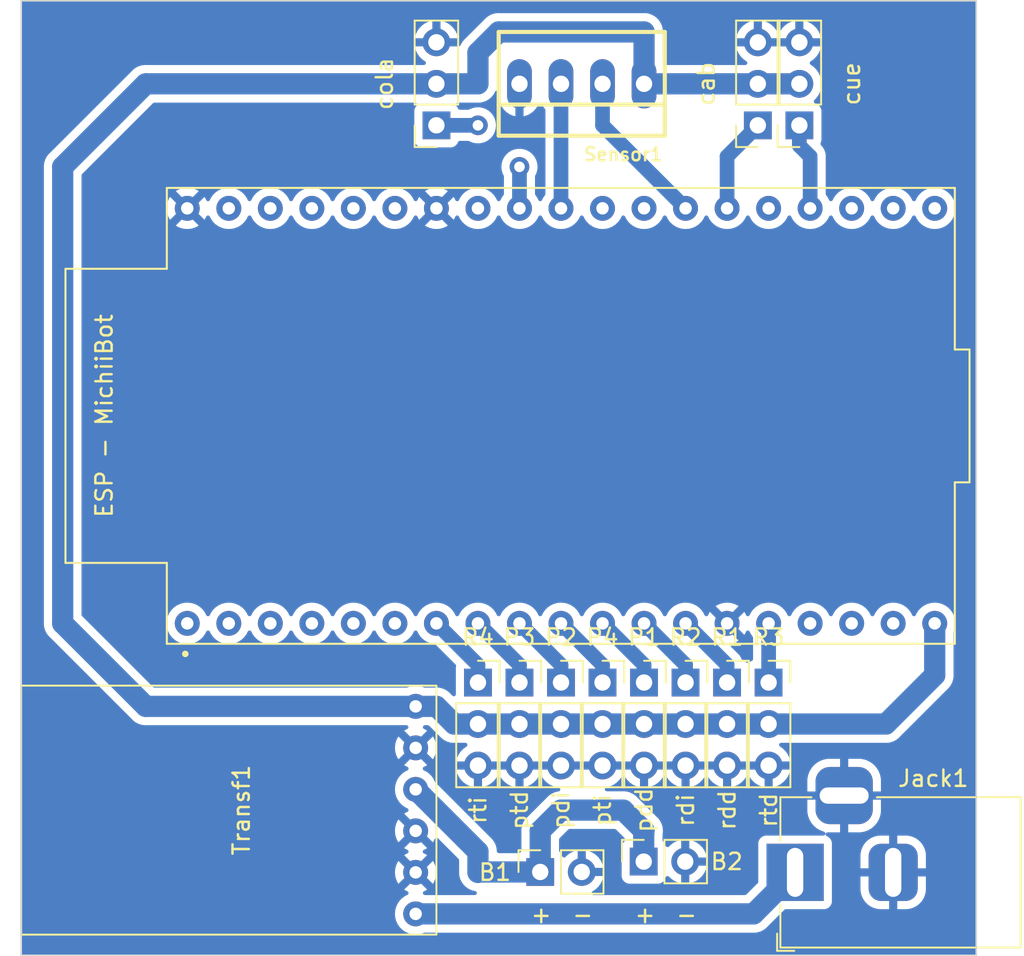
<source format=kicad_pcb>
(kicad_pcb (version 20221018) (generator pcbnew)
  (layers (0 "F.Cu" signal) (31 "B.Cu" signal) (34 "B.Paste" user) (35 "F.Paste" user) (36 "B.SilkS" user "B.Silkscreen") (37 "F.SilkS" user "F.Silkscreen") (38 "B.Mask" user) (39 "F.Mask" user) (44 "Edge.Cuts" user))
  (net 0 "")
  (net 1 "+5V")
  (net 8 "Servo rti")
  (net 9 "Servo ptd")
  (net 10 "Servo pdi")
  (net 11 "Servo pti")
  (net 12 "Servo pdd")
  (net 13 "Servo rdi")
  (net 14 "Servo rdd")
  (net 15 "Servo rtd")
  (net 23 "Servo cabeza")
  (net 25 "Servo cuello")
  (net 28 "Servo cola")
  (net 34 "GND")
  (net 35 "Battery")
  (net 36 "TRIG")
  (net 37 "ECHO")
  (net 38 "VCC")
  (footprint "Connector_PinSocket_2.54mm:PinSocket_1x03_P2.54mm_Vertical" (layer "F.Cu") (at 152.4 58.42 180)
    (fp_text reference "cola" (at 3.175 2.54 270) (layer "F.SilkS"))
    (fp_text value "Cola" hide)
    (fp_line (start -1.33 1.27) (end -1.33 6.41) (stroke (width 0.12)) (layer "F.SilkS"))
    (fp_line (start -1.33 1.27) (end 1.33 1.27) (stroke (width 0.12)) (layer "F.SilkS"))
    (fp_line (start -1.33 6.41) (end 1.33 6.41) (stroke (width 0.12)) (layer "F.SilkS"))
    (fp_line (start 0 -1.33) (end 1.33 -1.33) (stroke (width 0.12)) (layer "F.SilkS"))
    (fp_line (start 1.33 -1.33) (end 1.33 0) (stroke (width 0.12)) (layer "F.SilkS"))
    (fp_line (start 1.33 1.27) (end 1.33 6.41) (stroke (width 0.12)) (layer "F.SilkS"))
    (pad "1" thru_hole rect (at 0 0 180) (size 1.7 1.7) (drill 1) (layers "*.Cu" "*.Mask") (net 28 "Servo cola"))
    (pad "2" thru_hole oval (at 0 2.54 180) (size 1.7 1.7) (drill 1) (layers "*.Cu" "*.Mask") (net 1 "+5V"))
    (pad "3" thru_hole oval (at 0 5.08 180) (size 1.7 1.7) (drill 1) (layers "*.Cu" "*.Mask") (net 34 "GND"))
  )
  (footprint "Connector_PinSocket_2.54mm:PinSocket_1x03_P2.54mm_Vertical" (layer "F.Cu") (at 157.48 92.52)
    (fp_text reference "P3" (at 0 -2.77) (layer "F.SilkS"))
    (fp_text value "ptd")
    (fp_line (start -1.33 1.27) (end -1.33 6.41) (stroke (width 0.12)) (layer "F.SilkS"))
    (fp_line (start -1.33 1.27) (end 1.33 1.27) (stroke (width 0.12)) (layer "F.SilkS"))
    (fp_line (start -1.33 6.41) (end 1.33 6.41) (stroke (width 0.12)) (layer "F.SilkS"))
    (fp_line (start 0 -1.33) (end 1.33 -1.33) (stroke (width 0.12)) (layer "F.SilkS"))
    (fp_line (start 1.33 -1.33) (end 1.33 0) (stroke (width 0.12)) (layer "F.SilkS"))
    (fp_line (start 1.33 1.27) (end 1.33 6.41) (stroke (width 0.12)) (layer "F.SilkS"))
    (pad "1" thru_hole rect (at 0 0) (size 1.7 1.7) (drill 1) (layers "*.Cu" "*.Mask") (net 9 "Servo ptd"))
    (pad "2" thru_hole oval (at 0 2.54) (size 1.7 1.7) (drill 1) (layers "*.Cu" "*.Mask") (net 1 "+5V"))
    (pad "3" thru_hole oval (at 0 5.08) (size 1.7 1.7) (drill 1) (layers "*.Cu" "*.Mask") (net 34 "GND"))
  )
  (footprint "esp32:MODULE_ESP32-DEVKITC-32U" (layer "F.Cu") (at 160.01 76.2 90)
    (fp_text reference "ESP - MichiiBot" (at 0 -27.93 90) (layer "F.SilkS"))
    (fp_text value "ESP32")
    (fp_line (start -13.95 -24.1) (end -13.95 24.1) (stroke (width 0.127)) (layer "F.SilkS"))
    (fp_line (start -13.95 24.1) (end -4.07 24.1) (stroke (width 0.127)) (layer "F.SilkS"))
    (fp_line (start -9 -30.3) (end 9 -30.3) (stroke (width 0.127)) (layer "F.SilkS"))
    (fp_line (start -9 -24.1) (end -13.95 -24.1) (stroke (width 0.127)) (layer "F.SilkS"))
    (fp_line (start -9 -24.1) (end -9 -30.3) (stroke (width 0.127)) (layer "F.SilkS"))
    (fp_line (start -4.07 24.1) (end -4.07 25) (stroke (width 0.127)) (layer "F.SilkS"))
    (fp_line (start -4.07 25) (end 4.06 25) (stroke (width 0.127)) (layer "F.SilkS"))
    (fp_line (start 4.06 24.1) (end 13.95 24.1) (stroke (width 0.127)) (layer "F.SilkS"))
    (fp_line (start 4.06 25) (end 4.06 24.1) (stroke (width 0.127)) (layer "F.SilkS"))
    (fp_line (start 9 -30.3) (end 9 -24.1) (stroke (width 0.127)) (layer "F.SilkS"))
    (fp_line (start 13.95 -24.1) (end 9 -24.1) (stroke (width 0.127)) (layer "F.SilkS"))
    (fp_line (start 13.95 24.1) (end 13.95 -24.1) (stroke (width 0.127)) (layer "F.SilkS"))
    (fp_circle (center -14.57 -22.97) (end -14.47 -22.97) (stroke (width 0.2)) (fill none) (layer "F.SilkS"))
    (pad "1" thru_hole circle (at -12.7 -22.85 90) (size 1.524 1.524) (drill 0.762) (layers "*.Cu" "*.Mask"))
    (pad "2" thru_hole circle (at -12.7 -20.31 90) (size 1.524 1.524) (drill 0.762) (layers "*.Cu" "*.Mask"))
    (pad "3" thru_hole circle (at -12.7 -17.77 90) (size 1.524 1.524) (drill 0.762) (layers "*.Cu" "*.Mask"))
    (pad "4" thru_hole circle (at -12.7 -15.23 90) (size 1.524 1.524) (drill 0.762) (layers "*.Cu" "*.Mask"))
    (pad "5" thru_hole circle (at -12.7 -12.69 90) (size 1.524 1.524) (drill 0.762) (layers "*.Cu" "*.Mask"))
    (pad "6" thru_hole circle (at -12.7 -10.15 90) (size 1.524 1.524) (drill 0.762) (layers "*.Cu" "*.Mask"))
    (pad "7" thru_hole circle (at -12.7 -7.61 90) (size 1.524 1.524) (drill 0.762) (layers "*.Cu" "*.Mask") (net 8 "Servo rti"))
    (pad "8" thru_hole circle (at -12.7 -5.07 90) (size 1.524 1.524) (drill 0.762) (layers "*.Cu" "*.Mask") (net 9 "Servo ptd"))
    (pad "9" thru_hole circle (at -12.7 -2.53 90) (size 1.524 1.524) (drill 0.762) (layers "*.Cu" "*.Mask") (net 10 "Servo pdi"))
    (pad "10" thru_hole circle (at -12.7 0.01 90) (size 1.524 1.524) (drill 0.762) (layers "*.Cu" "*.Mask") (net 11 "Servo pti"))
    (pad "11" thru_hole circle (at -12.7 2.55 90) (size 1.524 1.524) (drill 0.762) (layers "*.Cu" "*.Mask") (net 12 "Servo pdd"))
    (pad "12" thru_hole circle (at -12.7 5.09 90) (size 1.524 1.524) (drill 0.762) (layers "*.Cu" "*.Mask") (net 13 "Servo rdi"))
    (pad "13" thru_hole circle (at -12.7 7.63 90) (size 1.524 1.524) (drill 0.762) (layers "*.Cu" "*.Mask") (net 14 "Servo rdd"))
    (pad "14" thru_hole circle (at -12.7 10.17 90) (size 1.524 1.524) (drill 0.762) (layers "*.Cu" "*.Mask") (net 34 "GND"))
    (pad "15" thru_hole circle (at -12.7 12.71 90) (size 1.524 1.524) (drill 0.762) (layers "*.Cu" "*.Mask") (net 15 "Servo rtd"))
    (pad "16" thru_hole circle (at -12.7 15.25 90) (size 1.524 1.524) (drill 0.762) (layers "*.Cu" "*.Mask"))
    (pad "17" thru_hole circle (at -12.7 17.79 90) (size 1.524 1.524) (drill 0.762) (layers "*.Cu" "*.Mask"))
    (pad "18" thru_hole circle (at -12.7 20.33 90) (size 1.524 1.524) (drill 0.762) (layers "*.Cu" "*.Mask"))
    (pad "19" thru_hole circle (at -12.7 22.87 90) (size 1.524 1.524) (drill 0.762) (layers "*.Cu" "*.Mask") (net 1 "+5V"))
    (pad "20" thru_hole circle (at 12.7 22.87 90) (size 1.524 1.524) (drill 0.762) (layers "*.Cu" "*.Mask"))
    (pad "21" thru_hole circle (at 12.7 20.33 90) (size 1.524 1.524) (drill 0.762) (layers "*.Cu" "*.Mask"))
    (pad "22" thru_hole circle (at 12.7 17.79 90) (size 1.524 1.524) (drill 0.762) (layers "*.Cu" "*.Mask"))
    (pad "23" thru_hole circle (at 12.7 15.25 90) (size 1.524 1.524) (drill 0.762) (layers "*.Cu" "*.Mask") (net 25 "Servo cuello"))
    (pad "24" thru_hole circle (at 12.7 12.71 90) (size 1.524 1.524) (drill 0.762) (layers "*.Cu" "*.Mask"))
    (pad "25" thru_hole circle (at 12.7 10.17 90) (size 1.524 1.524) (drill 0.762) (layers "*.Cu" "*.Mask") (net 23 "Servo cabeza"))
    (pad "26" thru_hole circle (at 12.7 7.63 90) (size 1.524 1.524) (drill 0.762) (layers "*.Cu" "*.Mask") (net 36 "TRIG"))
    (pad "27" thru_hole circle (at 12.7 5.09 90) (size 1.524 1.524) (drill 0.762) (layers "*.Cu" "*.Mask"))
    (pad "28" thru_hole circle (at 12.7 2.55 90) (size 1.524 1.524) (drill 0.762) (layers "*.Cu" "*.Mask"))
    (pad "29" thru_hole circle (at 12.7 0.01 90) (size 1.524 1.524) (drill 0.762) (layers "*.Cu" "*.Mask") (net 37 "ECHO"))
    (pad "30" thru_hole circle (at 12.7 -2.53 90) (size 1.524 1.524) (drill 0.762) (layers "*.Cu" "*.Mask") (net 28 "Servo cola"))
    (pad "31" thru_hole circle (at 12.7 -5.07 90) (size 1.524 1.524) (drill 0.762) (layers "*.Cu" "*.Mask"))
    (pad "32" thru_hole circle (at 12.7 -7.61 90) (size 1.524 1.524) (drill 0.762) (layers "*.Cu" "*.Mask") (net 34 "GND"))
    (pad "33" thru_hole circle (at 12.7 -10.15 90) (size 1.524 1.524) (drill 0.762) (layers "*.Cu" "*.Mask"))
    (pad "34" thru_hole circle (at 12.7 -12.69 90) (size 1.524 1.524) (drill 0.762) (layers "*.Cu" "*.Mask"))
    (pad "35" thru_hole circle (at 12.7 -15.23 90) (size 1.524 1.524) (drill 0.762) (layers "*.Cu" "*.Mask"))
    (pad "36" thru_hole circle (at 12.7 -17.77 90) (size 1.524 1.524) (drill 0.762) (layers "*.Cu" "*.Mask"))
    (pad "37" thru_hole circle (at 12.7 -20.31 90) (size 1.524 1.524) (drill 0.762) (layers "*.Cu" "*.Mask"))
    (pad "38" thru_hole circle (at 12.7 -22.85 90) (size 1.524 1.524) (drill 0.762) (layers "*.Cu" "*.Mask") (net 34 "GND"))
  )
  (footprint "Connector_BarrelJack:BarrelJack_Horizontal" (layer "F.Cu") (at 174.34 104.14 180)
    (fp_text reference "Jack1" (at -8.45 5.75) (layer "F.SilkS"))
    (fp_text value "Jack_Switch")
    (fp_line (start -13.8 -4.6) (end 0.9 -4.6) (stroke (width 0.12)) (layer "F.SilkS"))
    (fp_line (start -13.8 4.6) (end -13.8 -4.6) (stroke (width 0.12)) (layer "F.SilkS"))
    (fp_line (start -5 4.6) (end -13.8 4.6) (stroke (width 0.12)) (layer "F.SilkS"))
    (fp_line (start 0.05 -4.8) (end 1.1 -4.8) (stroke (width 0.12)) (layer "F.SilkS"))
    (fp_line (start 0.9 -4.6) (end 0.9 -2) (stroke (width 0.12)) (layer "F.SilkS"))
    (fp_line (start 0.9 1.9) (end 0.9 4.6) (stroke (width 0.12)) (layer "F.SilkS"))
    (fp_line (start 0.9 4.6) (end -1 4.6) (stroke (width 0.12)) (layer "F.SilkS"))
    (fp_line (start 1.1 -3.75) (end 1.1 -4.8) (stroke (width 0.12)) (layer "F.SilkS"))
    (pad "1" thru_hole rect (at 0 0 180) (size 3.5 3.5) (drill oval 1 3) (layers "*.Cu" "*.Mask") (net 38 "VCC"))
    (pad "2" thru_hole roundrect (at -6 0 180) (size 3 3.5) (drill oval 1 3) (layers "*.Cu" "*.Mask") (net 34 "GND"))
    (pad "3" thru_hole roundrect (at -3 4.7 180) (size 3.5 3.5) (drill oval 3 1) (layers "*.Cu" "*.Mask") (net 34 "GND"))
  )
  (footprint "Connector_PinSocket_2.54mm:PinSocket_1x03_P2.54mm_Vertical" (layer "F.Cu") (at 154.94 92.52)
    (fp_text reference "R4" (at 0 -2.77) (layer "F.SilkS"))
    (fp_text value "rti")
    (fp_line (start -1.33 1.27) (end -1.33 6.41) (stroke (width 0.12)) (layer "F.SilkS"))
    (fp_line (start -1.33 1.27) (end 1.33 1.27) (stroke (width 0.12)) (layer "F.SilkS"))
    (fp_line (start -1.33 6.41) (end 1.33 6.41) (stroke (width 0.12)) (layer "F.SilkS"))
    (fp_line (start 0 -1.33) (end 1.33 -1.33) (stroke (width 0.12)) (layer "F.SilkS"))
    (fp_line (start 1.33 -1.33) (end 1.33 0) (stroke (width 0.12)) (layer "F.SilkS"))
    (fp_line (start 1.33 1.27) (end 1.33 6.41) (stroke (width 0.12)) (layer "F.SilkS"))
    (pad "1" thru_hole rect (at 0 0) (size 1.7 1.7) (drill 1) (layers "*.Cu" "*.Mask") (net 8 "Servo rti"))
    (pad "2" thru_hole oval (at 0 2.54) (size 1.7 1.7) (drill 1) (layers "*.Cu" "*.Mask") (net 1 "+5V"))
    (pad "3" thru_hole oval (at 0 5.08) (size 1.7 1.7) (drill 1) (layers "*.Cu" "*.Mask") (net 34 "GND"))
  )
  (footprint "Connector_PinSocket_2.54mm:PinSocket_1x03_P2.54mm_Vertical" (layer "F.Cu") (at 162.56 92.52)
    (fp_text reference "P4" (at 0 -2.77) (layer "F.SilkS"))
    (fp_text value "pti")
    (fp_line (start -1.33 1.27) (end -1.33 6.41) (stroke (width 0.12)) (layer "F.SilkS"))
    (fp_line (start -1.33 1.27) (end 1.33 1.27) (stroke (width 0.12)) (layer "F.SilkS"))
    (fp_line (start -1.33 6.41) (end 1.33 6.41) (stroke (width 0.12)) (layer "F.SilkS"))
    (fp_line (start 0 -1.33) (end 1.33 -1.33) (stroke (width 0.12)) (layer "F.SilkS"))
    (fp_line (start 1.33 -1.33) (end 1.33 0) (stroke (width 0.12)) (layer "F.SilkS"))
    (fp_line (start 1.33 1.27) (end 1.33 6.41) (stroke (width 0.12)) (layer "F.SilkS"))
    (pad "1" thru_hole rect (at 0 0) (size 1.7 1.7) (drill 1) (layers "*.Cu" "*.Mask") (net 11 "Servo pti"))
    (pad "2" thru_hole oval (at 0 2.54) (size 1.7 1.7) (drill 1) (layers "*.Cu" "*.Mask") (net 1 "+5V"))
    (pad "3" thru_hole oval (at 0 5.08) (size 1.7 1.7) (drill 1) (layers "*.Cu" "*.Mask") (net 34 "GND"))
  )
  (footprint "Connector_PinSocket_2.54mm:PinSocket_1x03_P2.54mm_Vertical" (layer "F.Cu") (at 160.02 92.52)
    (fp_text reference "P2" (at 0 -2.77) (layer "F.SilkS"))
    (fp_text value "pdi")
    (fp_line (start -1.33 1.27) (end -1.33 6.41) (stroke (width 0.12)) (layer "F.SilkS"))
    (fp_line (start -1.33 1.27) (end 1.33 1.27) (stroke (width 0.12)) (layer "F.SilkS"))
    (fp_line (start -1.33 6.41) (end 1.33 6.41) (stroke (width 0.12)) (layer "F.SilkS"))
    (fp_line (start 0 -1.33) (end 1.33 -1.33) (stroke (width 0.12)) (layer "F.SilkS"))
    (fp_line (start 1.33 -1.33) (end 1.33 0) (stroke (width 0.12)) (layer "F.SilkS"))
    (fp_line (start 1.33 1.27) (end 1.33 6.41) (stroke (width 0.12)) (layer "F.SilkS"))
    (pad "1" thru_hole rect (at 0 0) (size 1.7 1.7) (drill 1) (layers "*.Cu" "*.Mask") (net 10 "Servo pdi"))
    (pad "2" thru_hole oval (at 0 2.54) (size 1.7 1.7) (drill 1) (layers "*.Cu" "*.Mask") (net 1 "+5V"))
    (pad "3" thru_hole oval (at 0 5.08) (size 1.7 1.7) (drill 1) (layers "*.Cu" "*.Mask") (net 34 "GND"))
  )
  (footprint "HC-SR04:22-23-2041" (layer "F.Cu") (at 161.29 55.88 180)
    (fp_text reference "Sensor1" (at -2.54 -4.318) (layer "F.SilkS") (effects (font (size 0.8 0.8))))
    (fp_text value "HC-SR04" hide)
    (fp_line (start -5.08 -3.175) (end 5.08 -3.175) (stroke (width 0.254)) (layer "F.SilkS"))
    (fp_line (start -5.08 -1.27) (end -5.08 -3.175) (stroke (width 0.254)) (layer "F.SilkS"))
    (fp_line (start -5.08 -1.27) (end 5.08 -1.27) (stroke (width 0.254)) (layer "F.SilkS"))
    (fp_line (start -5.08 3.175) (end -5.08 -1.27) (stroke (width 0.254)) (layer "F.SilkS"))
    (fp_line (start 5.08 -3.175) (end 5.08 -1.27) (stroke (width 0.254)) (layer "F.SilkS"))
    (fp_line (start 5.08 -1.27) (end 5.08 3.175) (stroke (width 0.254)) (layer "F.SilkS"))
    (fp_line (start 5.08 3.175) (end -5.08 3.175) (stroke (width 0.254)) (layer "F.SilkS"))
    (pad "1" thru_hole oval (at -3.81 0 180) (size 1.508 3.016) (drill 1) (layers "*.Cu" "*.Mask") (net 1 "+5V"))
    (pad "2" thru_hole oval (at -1.27 0 180) (size 1.508 3.016) (drill 1) (layers "*.Cu" "*.Mask") (net 36 "TRIG"))
    (pad "3" thru_hole oval (at 1.27 0 180) (size 1.508 3.016) (drill 1) (layers "*.Cu" "*.Mask") (net 37 "ECHO"))
    (pad "4" thru_hole oval (at 3.81 0 180) (size 1.508 3.016) (drill 1) (layers "*.Cu" "*.Mask") (net 34 "GND"))
  )
  (footprint "Connector_PinSocket_2.54mm:PinSocket_1x03_P2.54mm_Vertical" (layer "F.Cu") (at 167.64 92.52)
    (fp_text reference "R2" (at 0 -2.77) (layer "F.SilkS"))
    (fp_text value "rdi")
    (fp_line (start -1.33 1.27) (end -1.33 6.41) (stroke (width 0.12)) (layer "F.SilkS"))
    (fp_line (start -1.33 1.27) (end 1.33 1.27) (stroke (width 0.12)) (layer "F.SilkS"))
    (fp_line (start -1.33 6.41) (end 1.33 6.41) (stroke (width 0.12)) (layer "F.SilkS"))
    (fp_line (start 0 -1.33) (end 1.33 -1.33) (stroke (width 0.12)) (layer "F.SilkS"))
    (fp_line (start 1.33 -1.33) (end 1.33 0) (stroke (width 0.12)) (layer "F.SilkS"))
    (fp_line (start 1.33 1.27) (end 1.33 6.41) (stroke (width 0.12)) (layer "F.SilkS"))
    (pad "1" thru_hole rect (at 0 0) (size 1.7 1.7) (drill 1) (layers "*.Cu" "*.Mask") (net 13 "Servo rdi"))
    (pad "2" thru_hole oval (at 0 2.54) (size 1.7 1.7) (drill 1) (layers "*.Cu" "*.Mask") (net 1 "+5V"))
    (pad "3" thru_hole oval (at 0 5.08) (size 1.7 1.7) (drill 1) (layers "*.Cu" "*.Mask") (net 34 "GND"))
  )
  (footprint "Connector_PinSocket_2.54mm:PinSocket_1x03_P2.54mm_Vertical" (layer "F.Cu") (at 174.6 58.42 180)
    (fp_text reference "cue" (at -3.2 2.54 270) (layer "F.SilkS"))
    (fp_text value "cuello" hide)
    (fp_line (start -1.33 1.27) (end -1.33 6.41) (stroke (width 0.12)) (layer "F.SilkS"))
    (fp_line (start -1.33 1.27) (end 1.33 1.27) (stroke (width 0.12)) (layer "F.SilkS"))
    (fp_line (start -1.33 6.41) (end 1.33 6.41) (stroke (width 0.12)) (layer "F.SilkS"))
    (fp_line (start 0 -1.33) (end 1.33 -1.33) (stroke (width 0.12)) (layer "F.SilkS"))
    (fp_line (start 1.33 -1.33) (end 1.33 0) (stroke (width 0.12)) (layer "F.SilkS"))
    (fp_line (start 1.33 1.27) (end 1.33 6.41) (stroke (width 0.12)) (layer "F.SilkS"))
    (pad "1" thru_hole rect (at 0 0 180) (size 1.7 1.7) (drill 1) (layers "*.Cu" "*.Mask") (net 25 "Servo cuello"))
    (pad "2" thru_hole oval (at 0 2.54 180) (size 1.7 1.7) (drill 1) (layers "*.Cu" "*.Mask") (net 1 "+5V"))
    (pad "3" thru_hole oval (at 0 5.08 180) (size 1.7 1.7) (drill 1) (layers "*.Cu" "*.Mask") (net 34 "GND"))
  )
  (footprint "Connector_PinSocket_2.54mm:PinSocket_1x03_P2.54mm_Vertical" (layer "F.Cu") (at 172.72 92.52)
    (fp_text reference "R3" (at 0 -2.77) (layer "F.SilkS"))
    (fp_text value "rtd")
    (fp_line (start -1.33 1.27) (end -1.33 6.41) (stroke (width 0.12)) (layer "F.SilkS"))
    (fp_line (start -1.33 1.27) (end 1.33 1.27) (stroke (width 0.12)) (layer "F.SilkS"))
    (fp_line (start -1.33 6.41) (end 1.33 6.41) (stroke (width 0.12)) (layer "F.SilkS"))
    (fp_line (start 0 -1.33) (end 1.33 -1.33) (stroke (width 0.12)) (layer "F.SilkS"))
    (fp_line (start 1.33 -1.33) (end 1.33 0) (stroke (width 0.12)) (layer "F.SilkS"))
    (fp_line (start 1.33 1.27) (end 1.33 6.41) (stroke (width 0.12)) (layer "F.SilkS"))
    (pad "1" thru_hole rect (at 0 0) (size 1.7 1.7) (drill 1) (layers "*.Cu" "*.Mask") (net 15 "Servo rtd"))
    (pad "2" thru_hole oval (at 0 2.54) (size 1.7 1.7) (drill 1) (layers "*.Cu" "*.Mask") (net 1 "+5V"))
    (pad "3" thru_hole oval (at 0 5.08) (size 1.7 1.7) (drill 1) (layers "*.Cu" "*.Mask") (net 34 "GND"))
  )
  (footprint "cd42:mh-cd42" (layer "F.Cu") (at 139.7 100.33 90)
    (fp_text reference "Transf1" (at 0 0.77 90 unlocked) (layer "F.SilkS"))
    (fp_text value "mh-cd42")
    (fp_rect (start -7.62 -12.7) (end 7.62 12.7) (stroke (width 0.12)) (fill none) (layer "F.SilkS"))
    (pad "1" thru_hole circle (at -6.35 11.43 90) (size 1.524 1.524) (drill 0.762) (layers "*.Cu" "*.Mask") (net 38 "VCC"))
    (pad "2" thru_hole circle (at -3.81 11.43 90) (size 1.524 1.524) (drill 0.762) (layers "*.Cu" "*.Mask") (net 34 "GND"))
    (pad "3" thru_hole circle (at -1.27 11.43 90) (size 1.524 1.524) (drill 0.762) (layers "*.Cu" "*.Mask") (net 34 "GND"))
    (pad "4" thru_hole circle (at 1.27 11.43 90) (size 1.524 1.524) (drill 0.762) (layers "*.Cu" "*.Mask") (net 35 "Battery"))
    (pad "5" thru_hole circle (at 3.81 11.43 90) (size 1.524 1.524) (drill 0.762) (layers "*.Cu" "*.Mask") (net 34 "GND"))
    (pad "6" thru_hole circle (at 6.35 11.43 90) (size 1.524 1.524) (drill 0.762) (layers "*.Cu" "*.Mask") (net 1 "+5V"))
  )
  (footprint "Connector_PinSocket_2.54mm:PinSocket_1x02_P2.54mm_Vertical" (layer "F.Cu") (at 165.08 103.48 90)
    (fp_text reference "B2" (at 0 5.08 180) (layer "F.SilkS"))
    (fp_text value "Conn_01x02_Pin" hide)
    (fp_line (start -1.33 1.27) (end -1.33 3.87) (stroke (width 0.12)) (layer "F.SilkS"))
    (fp_line (start -1.33 1.27) (end 1.33 1.27) (stroke (width 0.12)) (layer "F.SilkS"))
    (fp_line (start -1.33 3.87) (end 1.33 3.87) (stroke (width 0.12)) (layer "F.SilkS"))
    (fp_line (start 0 -1.33) (end 1.33 -1.33) (stroke (width 0.12)) (layer "F.SilkS"))
    (fp_line (start 1.33 -1.33) (end 1.33 0) (stroke (width 0.12)) (layer "F.SilkS"))
    (fp_line (start 1.33 1.27) (end 1.33 3.87) (stroke (width 0.12)) (layer "F.SilkS"))
    (pad "1" thru_hole rect (at 0 0 90) (size 1.7 1.7) (drill 1) (layers "*.Cu" "*.Mask") (net 35 "Battery"))
    (pad "2" thru_hole oval (at 0 2.54 90) (size 1.7 1.7) (drill 1) (layers "*.Cu" "*.Mask") (net 34 "GND"))
  )
  (footprint "Connector_PinSocket_2.54mm:PinSocket_1x03_P2.54mm_Vertical" (layer "F.Cu") (at 165.1 92.52)
    (fp_text reference "P1" (at 0 -2.77) (layer "F.SilkS"))
    (fp_text value "pdd")
    (fp_line (start -1.33 1.27) (end -1.33 6.41) (stroke (width 0.12)) (layer "F.SilkS"))
    (fp_line (start -1.33 1.27) (end 1.33 1.27) (stroke (width 0.12)) (layer "F.SilkS"))
    (fp_line (start -1.33 6.41) (end 1.33 6.41) (stroke (width 0.12)) (layer "F.SilkS"))
    (fp_line (start 0 -1.33) (end 1.33 -1.33) (stroke (width 0.12)) (layer "F.SilkS"))
    (fp_line (start 1.33 -1.33) (end 1.33 0) (stroke (width 0.12)) (layer "F.SilkS"))
    (fp_line (start 1.33 1.27) (end 1.33 6.41) (stroke (width 0.12)) (layer "F.SilkS"))
    (pad "1" thru_hole rect (at 0 0) (size 1.7 1.7) (drill 1) (layers "*.Cu" "*.Mask") (net 12 "Servo pdd"))
    (pad "2" thru_hole oval (at 0 2.54) (size 1.7 1.7) (drill 1) (layers "*.Cu" "*.Mask") (net 1 "+5V"))
    (pad "3" thru_hole oval (at 0 5.08) (size 1.7 1.7) (drill 1) (layers "*.Cu" "*.Mask") (net 34 "GND"))
  )
  (footprint "Connector_PinSocket_2.54mm:PinSocket_1x02_P2.54mm_Vertical" (layer "F.Cu") (at 158.75 104.115 90)
    (fp_text reference "B1" (at -0.025 -2.77 180) (layer "F.SilkS"))
    (fp_text value "Conn_01x02_Pin" hide)
    (fp_line (start -1.33 1.27) (end -1.33 3.87) (stroke (width 0.12)) (layer "F.SilkS"))
    (fp_line (start -1.33 1.27) (end 1.33 1.27) (stroke (width 0.12)) (layer "F.SilkS"))
    (fp_line (start -1.33 3.87) (end 1.33 3.87) (stroke (width 0.12)) (layer "F.SilkS"))
    (fp_line (start 0 -1.33) (end 1.33 -1.33) (stroke (width 0.12)) (layer "F.SilkS"))
    (fp_line (start 1.33 -1.33) (end 1.33 0) (stroke (width 0.12)) (layer "F.SilkS"))
    (fp_line (start 1.33 1.27) (end 1.33 3.87) (stroke (width 0.12)) (layer "F.SilkS"))
    (pad "1" thru_hole rect (at 0 0 90) (size 1.7 1.7) (drill 1) (layers "*.Cu" "*.Mask") (net 35 "Battery"))
    (pad "2" thru_hole oval (at 0 2.54 90) (size 1.7 1.7) (drill 1) (layers "*.Cu" "*.Mask") (net 34 "GND"))
  )
  (footprint "Connector_PinSocket_2.54mm:PinSocket_1x03_P2.54mm_Vertical" (layer "F.Cu") (at 170.18 92.52)
    (fp_text reference "R1" (at 0 -2.77) (layer "F.SilkS"))
    (fp_text value "rdd")
    (fp_line (start -1.33 1.27) (end -1.33 6.41) (stroke (width 0.12)) (layer "F.SilkS"))
    (fp_line (start -1.33 1.27) (end 1.33 1.27) (stroke (width 0.12)) (layer "F.SilkS"))
    (fp_line (start -1.33 6.41) (end 1.33 6.41) (stroke (width 0.12)) (layer "F.SilkS"))
    (fp_line (start 0 -1.33) (end 1.33 -1.33) (stroke (width 0.12)) (layer "F.SilkS"))
    (fp_line (start 1.33 -1.33) (end 1.33 0) (stroke (width 0.12)) (layer "F.SilkS"))
    (fp_line (start 1.33 1.27) (end 1.33 6.41) (stroke (width 0.12)) (layer "F.SilkS"))
    (pad "1" thru_hole rect (at 0 0) (size 1.7 1.7) (drill 1) (layers "*.Cu" "*.Mask") (net 14 "Servo rdd"))
    (pad "2" thru_hole oval (at 0 2.54) (size 1.7 1.7) (drill 1) (layers "*.Cu" "*.Mask") (net 1 "+5V"))
    (pad "3" thru_hole oval (at 0 5.08) (size 1.7 1.7) (drill 1) (layers "*.Cu" "*.Mask") (net 34 "GND"))
  )
  (footprint "Connector_PinSocket_2.54mm:PinSocket_1x03_P2.54mm_Vertical" (layer "F.Cu") (at 172.06 58.42 180)
    (fp_text reference "cab" (at 3.15 2.54 270) (layer "F.SilkS"))
    (fp_text value "cabeza" hide)
    (fp_line (start -1.33 1.27) (end -1.33 6.41) (stroke (width 0.12)) (layer "F.SilkS"))
    (fp_line (start -1.33 1.27) (end 1.33 1.27) (stroke (width 0.12)) (layer "F.SilkS"))
    (fp_line (start -1.33 6.41) (end 1.33 6.41) (stroke (width 0.12)) (layer "F.SilkS"))
    (fp_line (start 0 -1.33) (end 1.33 -1.33) (stroke (width 0.12)) (layer "F.SilkS"))
    (fp_line (start 1.33 -1.33) (end 1.33 0) (stroke (width 0.12)) (layer "F.SilkS"))
    (fp_line (start 1.33 1.27) (end 1.33 6.41) (stroke (width 0.12)) (layer "F.SilkS"))
    (pad "1" thru_hole rect (at 0 0 180) (size 1.7 1.7) (drill 1) (layers "*.Cu" "*.Mask") (net 23 "Servo cabeza"))
    (pad "2" thru_hole oval (at 0 2.54 180) (size 1.7 1.7) (drill 1) (layers "*.Cu" "*.Mask") (net 1 "+5V"))
    (pad "3" thru_hole oval (at 0 5.08 180) (size 1.7 1.7) (drill 1) (layers "*.Cu" "*.Mask") (net 34 "GND"))
  )
  (gr_line (start 185.42 50.8) (end 185.42 109.22) (stroke (width 0.1)) (layer "Edge.Cuts"))
  (gr_line (start 127 50.8) (end 185.42 50.8) (stroke (width 0.1)) (layer "Edge.Cuts"))
  (gr_line (start 185.42 109.22) (end 127 109.22) (stroke (width 0.1)) (layer "Edge.Cuts"))
  (gr_line (start 127 109.22) (end 127 50.8) (stroke (width 0.1)) (layer "Edge.Cuts"))
  (gr_text "pdi" (at 160.02 100.33 90) (layer "F.SilkS") (effects (font (size 1 1))))
  (gr_text "rdi" (at 167.64 100.33 90) (layer "F.SilkS") (effects (font (size 1 1))))
  (gr_text "rtd" (at 172.72 100.33 90) (layer "F.SilkS") (effects (font (size 1 1))))
  (gr_text "ptd" (at 157.48 100.33 90) (layer "F.SilkS") (effects (font (size 1 1))))
  (gr_text "pdd" (at 165.1 100.33 90) (layer "F.SilkS") (effects (font (size 1 1))))
  (gr_text "rti" (at 154.94 100.33 90) (layer "F.SilkS") (effects (font (size 1 1))))
  (gr_text "pti" (at 162.56 100.33 90) (layer "F.SilkS") (effects (font (size 1 1))))
  (gr_text "+" (at 164.445 107.315) (layer "F.SilkS") (effects (font (size 1 1)) (justify left bottom)))
  (gr_text "-" (at 166.985 107.315) (layer "F.SilkS") (effects (font (size 1 1)) (justify left bottom)))
  (gr_text "rdd" (at 170.18 100.33 90) (layer "F.SilkS") (effects (font (size 1 1))))
  (gr_text "-" (at 160.635 107.315) (layer "F.SilkS") (effects (font (size 1 1)) (justify left bottom)))
  (gr_text "+" (at 158.095 107.315) (layer "F.SilkS") (effects (font (size 1 1)) (justify left bottom)))
  (segment (start 134.62 55.88) (end 129.54 60.96) (width 1.3) (layer "B.Cu") (net 1))
  (segment (start 165.1 55.88) (end 165.219 55.999) (width 1.3) (layer "B.Cu") (net 1))
  (segment (start 165.1 55.88) (end 174.6 55.88) (width 1.3) (layer "B.Cu") (net 1))
  (segment (start 129.54 60.96) (end 129.54 88.9) (width 1.3) (layer "B.Cu") (net 1))
  (segment (start 153.48 95.06) (end 172.72 95.06) (width 1.3) (layer "B.Cu") (net 1))
  (segment (start 151.13 93.98) (end 152.4 93.98) (width 1.3) (layer "B.Cu") (net 1))
  (segment (start 165.1 55.88) (end 165.1 52.705) (width 1.3) (layer "B.Cu") (net 1))
  (segment (start 154.94 53.975) (end 154.94 55.88) (width 1.3) (layer "B.Cu") (net 1))
  (segment (start 182.88 92.075) (end 182.88 88.9) (width 1.3) (layer "B.Cu") (net 1))
  (segment (start 154.94 55.88) (end 134.62 55.88) (width 1.3) (layer "B.Cu") (net 1))
  (segment (start 179.895 95.06) (end 182.88 92.075) (width 1.3) (layer "B.Cu") (net 1))
  (segment (start 152.4 93.98) (end 153.48 95.06) (width 1.3) (layer "B.Cu") (net 1))
  (segment (start 156.21 52.705) (end 154.94 53.975) (width 1.3) (layer "B.Cu") (net 1))
  (segment (start 129.54 88.9) (end 134.62 93.98) (width 1.3) (layer "B.Cu") (net 1))
  (segment (start 172.72 95.06) (end 179.895 95.06) (width 1.3) (layer "B.Cu") (net 1))
  (segment (start 134.62 93.98) (end 151.13 93.98) (width 1.3) (layer "B.Cu") (net 1))
  (segment (start 165.1 52.705) (end 156.21 52.705) (width 1.3) (layer "B.Cu") (net 1))
  (segment (start 154.94 91.44) (end 152.4 88.9) (width 0.9) (layer "B.Cu") (net 8))
  (segment (start 154.94 92.52) (end 154.94 91.44) (width 0.9) (layer "B.Cu") (net 8))
  (segment (start 157.48 91.44) (end 154.94 88.9) (width 0.9) (layer "B.Cu") (net 9))
  (segment (start 157.48 92.52) (end 157.48 91.44) (width 0.9) (layer "B.Cu") (net 9))
  (segment (start 160.02 92.52) (end 160.02 91.44) (width 0.9) (layer "B.Cu") (net 10))
  (segment (start 160.02 91.44) (end 157.48 88.9) (width 0.9) (layer "B.Cu") (net 10))
  (segment (start 162.56 92.52) (end 162.56 91.44) (width 0.9) (layer "B.Cu") (net 11))
  (segment (start 162.56 91.44) (end 160.02 88.9) (width 0.9) (layer "B.Cu") (net 11))
  (segment (start 165.1 92.52) (end 165.1 91.44) (width 0.9) (layer "B.Cu") (net 12))
  (segment (start 165.1 91.44) (end 162.56 88.9) (width 0.9) (layer "B.Cu") (net 12))
  (segment (start 167.64 92.52) (end 167.64 91.44) (width 0.9) (layer "B.Cu") (net 13))
  (segment (start 167.64 91.44) (end 165.1 88.9) (width 0.9) (layer "B.Cu") (net 13))
  (segment (start 170.18 92.52) (end 170.18 91.44) (width 0.9) (layer "B.Cu") (net 14))
  (segment (start 170.18 91.44) (end 167.64 88.9) (width 0.9) (layer "B.Cu") (net 14))
  (segment (start 172.72 92.52) (end 172.72 88.9) (width 0.9) (layer "B.Cu") (net 15))
  (segment (start 172.06 58.445) (end 170.18 60.325) (width 0.9) (layer "B.Cu") (net 23))
  (segment (start 170.18 60.325) (end 170.18 63.5) (width 0.9) (layer "B.Cu") (net 23))
  (segment (start 172.06 58.42) (end 172.06 58.445) (width 0.9) (layer "B.Cu") (net 23))
  (segment (start 174.6 59.665) (end 175.26 60.325) (width 0.9) (layer "B.Cu") (net 25))
  (segment (start 174.6 58.42) (end 174.6 59.665) (width 0.9) (layer "B.Cu") (net 25))
  (segment (start 175.26 60.325) (end 175.26 63.5) (width 0.9) (layer "B.Cu") (net 25))
  (via (at 157.48 60.96) (size 1.2) (drill 0.65) (layers "F.Cu" "B.Cu") (net 28))
  (via (at 154.94 58.42) (size 1.2) (drill 0.65) (layers "F.Cu" "B.Cu") (net 28))
  (segment (start 152.4 58.42) (end 154.94 58.42) (width 0.9) (layer "B.Cu") (net 28))
  (segment (start 157.48 63.5) (end 157.48 60.96) (width 0.9) (layer "B.Cu") (net 28))
  (segment (start 154.94 104.14) (end 154.965 104.115) (width 1.3) (layer "B.Cu") (net 35))
  (segment (start 151.13 99.06) (end 154.94 102.87) (width 1.3) (layer "B.Cu") (net 35))
  (segment (start 158.75 101.6) (end 160.02 100.33) (width 1.3) (layer "B.Cu") (net 35))
  (segment (start 154.94 102.87) (end 154.94 104.14) (width 1.3) (layer "B.Cu") (net 35))
  (segment (start 165.08 101.62) (end 165.08 103.48) (width 1.3) (layer "B.Cu") (net 35))
  (segment (start 165.1 101.6) (end 165.08 101.62) (width 1.3) (layer "B.Cu") (net 35))
  (segment (start 158.75 104.115) (end 158.75 101.6) (width 1.3) (layer "B.Cu") (net 35))
  (segment (start 154.965 104.115) (end 158.75 104.115) (width 1.3) (layer "B.Cu") (net 35))
  (segment (start 160.02 100.33) (end 163.83 100.33) (width 1.3) (layer "B.Cu") (net 35))
  (segment (start 163.83 100.33) (end 165.1 101.6) (width 1.3) (layer "B.Cu") (net 35))
  (segment (start 162.56 58.42) (end 167.64 63.5) (width 0.9) (layer "B.Cu") (net 36))
  (segment (start 162.56 55.88) (end 162.56 58.42) (width 0.9) (layer "B.Cu") (net 36))
  (segment (start 160.02 55.88) (end 160.02 63.5) (width 0.9) (layer "B.Cu") (net 37))
  (segment (start 174.34 104.14) (end 171.8 106.68) (width 1.3) (layer "B.Cu") (net 38))
  (segment (start 171.8 106.68) (end 151.13 106.68) (width 1.3) (layer "B.Cu") (net 38))
  (zone (net 34) (net_name "GND") (layer "B.Cu") (connect_pads (clearance 0.5)) (min_thickness 0.25) (fill yes (thermal_gap 0.5) (thermal_bridge_width 0.5))
    (polygon (pts (xy 127 50.8) (xy 185.42 50.8) (xy 185.42 109.22) (xy 127 109.22)))
  )
)
</source>
